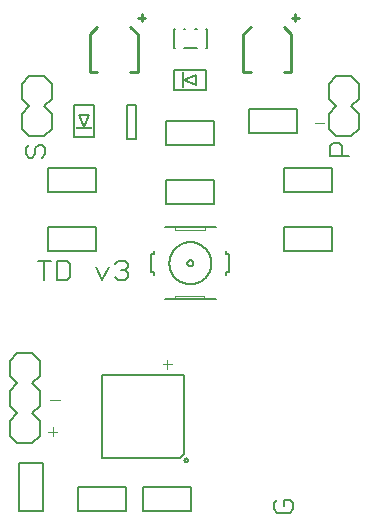
<source format=gto>
G75*
%MOIN*%
%OFA0B0*%
%FSLAX25Y25*%
%IPPOS*%
%LPD*%
%AMOC8*
5,1,8,0,0,1.08239X$1,22.5*
%
%ADD10C,0.00600*%
%ADD11C,0.00400*%
%ADD12C,0.00500*%
%ADD13C,0.00800*%
%ADD14C,0.00200*%
%ADD15C,0.01000*%
%ADD16R,0.00787X0.05512*%
%ADD17R,0.05512X0.00787*%
D10*
X0067450Y0078740D02*
X0070950Y0078740D01*
X0080450Y0078740D01*
X0084450Y0078740D01*
X0087950Y0086740D02*
X0087950Y0087740D01*
X0088950Y0087740D01*
X0088950Y0093740D01*
X0087950Y0093740D01*
X0087950Y0094740D01*
X0084450Y0102740D02*
X0080950Y0102740D01*
X0070950Y0102740D01*
X0067450Y0102740D01*
X0063950Y0094740D02*
X0063950Y0093740D01*
X0062950Y0093740D01*
X0062950Y0087740D01*
X0063950Y0087740D01*
X0063950Y0086740D01*
X0055121Y0087270D02*
X0055121Y0086202D01*
X0054054Y0085135D01*
X0051919Y0085135D01*
X0050851Y0086202D01*
X0048676Y0089405D02*
X0046541Y0085135D01*
X0044405Y0089405D01*
X0050851Y0090473D02*
X0051919Y0091540D01*
X0054054Y0091540D01*
X0055121Y0090473D01*
X0055121Y0089405D01*
X0054054Y0088337D01*
X0055121Y0087270D01*
X0054054Y0088337D02*
X0052986Y0088337D01*
X0035785Y0086202D02*
X0034717Y0085135D01*
X0031514Y0085135D01*
X0031514Y0091540D01*
X0034717Y0091540D01*
X0035785Y0090473D01*
X0035785Y0086202D01*
X0029339Y0091540D02*
X0025069Y0091540D01*
X0027204Y0091540D02*
X0027204Y0085135D01*
X0026464Y0125933D02*
X0027532Y0127001D01*
X0027532Y0129136D01*
X0026464Y0130204D01*
X0025397Y0130204D01*
X0024329Y0129136D01*
X0024329Y0127001D01*
X0023262Y0125933D01*
X0022194Y0125933D01*
X0021127Y0127001D01*
X0021127Y0129136D01*
X0022194Y0130204D01*
X0040517Y0136016D02*
X0038942Y0139953D01*
X0042092Y0139953D01*
X0040517Y0136016D01*
X0054765Y0132184D02*
X0054765Y0143584D01*
X0057765Y0143584D01*
X0057765Y0132184D01*
X0054765Y0132184D01*
X0073982Y0151764D02*
X0077919Y0150189D01*
X0077919Y0153339D01*
X0073982Y0151764D01*
X0073895Y0162354D02*
X0078005Y0162354D01*
X0081178Y0162354D02*
X0081549Y0162354D01*
X0081549Y0168732D01*
X0081178Y0168732D01*
X0078005Y0168732D02*
X0077635Y0168732D01*
X0074265Y0168732D02*
X0073895Y0168732D01*
X0070722Y0168732D02*
X0070352Y0168732D01*
X0070352Y0162354D01*
X0070722Y0162354D01*
X0122394Y0129676D02*
X0122394Y0126473D01*
X0128800Y0126473D01*
X0126665Y0126473D02*
X0126665Y0129676D01*
X0125597Y0130744D01*
X0123462Y0130744D01*
X0122394Y0129676D01*
X0074950Y0090740D02*
X0074952Y0090803D01*
X0074958Y0090865D01*
X0074968Y0090927D01*
X0074981Y0090989D01*
X0074999Y0091049D01*
X0075020Y0091108D01*
X0075045Y0091166D01*
X0075074Y0091222D01*
X0075106Y0091276D01*
X0075141Y0091328D01*
X0075179Y0091377D01*
X0075221Y0091425D01*
X0075265Y0091469D01*
X0075313Y0091511D01*
X0075362Y0091549D01*
X0075414Y0091584D01*
X0075468Y0091616D01*
X0075524Y0091645D01*
X0075582Y0091670D01*
X0075641Y0091691D01*
X0075701Y0091709D01*
X0075763Y0091722D01*
X0075825Y0091732D01*
X0075887Y0091738D01*
X0075950Y0091740D01*
X0076013Y0091738D01*
X0076075Y0091732D01*
X0076137Y0091722D01*
X0076199Y0091709D01*
X0076259Y0091691D01*
X0076318Y0091670D01*
X0076376Y0091645D01*
X0076432Y0091616D01*
X0076486Y0091584D01*
X0076538Y0091549D01*
X0076587Y0091511D01*
X0076635Y0091469D01*
X0076679Y0091425D01*
X0076721Y0091377D01*
X0076759Y0091328D01*
X0076794Y0091276D01*
X0076826Y0091222D01*
X0076855Y0091166D01*
X0076880Y0091108D01*
X0076901Y0091049D01*
X0076919Y0090989D01*
X0076932Y0090927D01*
X0076942Y0090865D01*
X0076948Y0090803D01*
X0076950Y0090740D01*
X0076948Y0090677D01*
X0076942Y0090615D01*
X0076932Y0090553D01*
X0076919Y0090491D01*
X0076901Y0090431D01*
X0076880Y0090372D01*
X0076855Y0090314D01*
X0076826Y0090258D01*
X0076794Y0090204D01*
X0076759Y0090152D01*
X0076721Y0090103D01*
X0076679Y0090055D01*
X0076635Y0090011D01*
X0076587Y0089969D01*
X0076538Y0089931D01*
X0076486Y0089896D01*
X0076432Y0089864D01*
X0076376Y0089835D01*
X0076318Y0089810D01*
X0076259Y0089789D01*
X0076199Y0089771D01*
X0076137Y0089758D01*
X0076075Y0089748D01*
X0076013Y0089742D01*
X0075950Y0089740D01*
X0075887Y0089742D01*
X0075825Y0089748D01*
X0075763Y0089758D01*
X0075701Y0089771D01*
X0075641Y0089789D01*
X0075582Y0089810D01*
X0075524Y0089835D01*
X0075468Y0089864D01*
X0075414Y0089896D01*
X0075362Y0089931D01*
X0075313Y0089969D01*
X0075265Y0090011D01*
X0075221Y0090055D01*
X0075179Y0090103D01*
X0075141Y0090152D01*
X0075106Y0090204D01*
X0075074Y0090258D01*
X0075045Y0090314D01*
X0075020Y0090372D01*
X0074999Y0090431D01*
X0074981Y0090491D01*
X0074968Y0090553D01*
X0074958Y0090615D01*
X0074952Y0090677D01*
X0074950Y0090740D01*
X0068950Y0090740D02*
X0068952Y0090912D01*
X0068958Y0091083D01*
X0068969Y0091255D01*
X0068984Y0091426D01*
X0069003Y0091597D01*
X0069026Y0091767D01*
X0069053Y0091937D01*
X0069085Y0092106D01*
X0069120Y0092274D01*
X0069160Y0092441D01*
X0069204Y0092607D01*
X0069251Y0092772D01*
X0069303Y0092936D01*
X0069359Y0093098D01*
X0069419Y0093259D01*
X0069483Y0093419D01*
X0069551Y0093577D01*
X0069622Y0093733D01*
X0069697Y0093887D01*
X0069777Y0094040D01*
X0069859Y0094190D01*
X0069946Y0094339D01*
X0070036Y0094485D01*
X0070130Y0094629D01*
X0070227Y0094771D01*
X0070328Y0094910D01*
X0070432Y0095047D01*
X0070539Y0095181D01*
X0070650Y0095312D01*
X0070763Y0095441D01*
X0070880Y0095567D01*
X0071000Y0095690D01*
X0071123Y0095810D01*
X0071249Y0095927D01*
X0071378Y0096040D01*
X0071509Y0096151D01*
X0071643Y0096258D01*
X0071780Y0096362D01*
X0071919Y0096463D01*
X0072061Y0096560D01*
X0072205Y0096654D01*
X0072351Y0096744D01*
X0072500Y0096831D01*
X0072650Y0096913D01*
X0072803Y0096993D01*
X0072957Y0097068D01*
X0073113Y0097139D01*
X0073271Y0097207D01*
X0073431Y0097271D01*
X0073592Y0097331D01*
X0073754Y0097387D01*
X0073918Y0097439D01*
X0074083Y0097486D01*
X0074249Y0097530D01*
X0074416Y0097570D01*
X0074584Y0097605D01*
X0074753Y0097637D01*
X0074923Y0097664D01*
X0075093Y0097687D01*
X0075264Y0097706D01*
X0075435Y0097721D01*
X0075607Y0097732D01*
X0075778Y0097738D01*
X0075950Y0097740D01*
X0076122Y0097738D01*
X0076293Y0097732D01*
X0076465Y0097721D01*
X0076636Y0097706D01*
X0076807Y0097687D01*
X0076977Y0097664D01*
X0077147Y0097637D01*
X0077316Y0097605D01*
X0077484Y0097570D01*
X0077651Y0097530D01*
X0077817Y0097486D01*
X0077982Y0097439D01*
X0078146Y0097387D01*
X0078308Y0097331D01*
X0078469Y0097271D01*
X0078629Y0097207D01*
X0078787Y0097139D01*
X0078943Y0097068D01*
X0079097Y0096993D01*
X0079250Y0096913D01*
X0079400Y0096831D01*
X0079549Y0096744D01*
X0079695Y0096654D01*
X0079839Y0096560D01*
X0079981Y0096463D01*
X0080120Y0096362D01*
X0080257Y0096258D01*
X0080391Y0096151D01*
X0080522Y0096040D01*
X0080651Y0095927D01*
X0080777Y0095810D01*
X0080900Y0095690D01*
X0081020Y0095567D01*
X0081137Y0095441D01*
X0081250Y0095312D01*
X0081361Y0095181D01*
X0081468Y0095047D01*
X0081572Y0094910D01*
X0081673Y0094771D01*
X0081770Y0094629D01*
X0081864Y0094485D01*
X0081954Y0094339D01*
X0082041Y0094190D01*
X0082123Y0094040D01*
X0082203Y0093887D01*
X0082278Y0093733D01*
X0082349Y0093577D01*
X0082417Y0093419D01*
X0082481Y0093259D01*
X0082541Y0093098D01*
X0082597Y0092936D01*
X0082649Y0092772D01*
X0082696Y0092607D01*
X0082740Y0092441D01*
X0082780Y0092274D01*
X0082815Y0092106D01*
X0082847Y0091937D01*
X0082874Y0091767D01*
X0082897Y0091597D01*
X0082916Y0091426D01*
X0082931Y0091255D01*
X0082942Y0091083D01*
X0082948Y0090912D01*
X0082950Y0090740D01*
X0082948Y0090568D01*
X0082942Y0090397D01*
X0082931Y0090225D01*
X0082916Y0090054D01*
X0082897Y0089883D01*
X0082874Y0089713D01*
X0082847Y0089543D01*
X0082815Y0089374D01*
X0082780Y0089206D01*
X0082740Y0089039D01*
X0082696Y0088873D01*
X0082649Y0088708D01*
X0082597Y0088544D01*
X0082541Y0088382D01*
X0082481Y0088221D01*
X0082417Y0088061D01*
X0082349Y0087903D01*
X0082278Y0087747D01*
X0082203Y0087593D01*
X0082123Y0087440D01*
X0082041Y0087290D01*
X0081954Y0087141D01*
X0081864Y0086995D01*
X0081770Y0086851D01*
X0081673Y0086709D01*
X0081572Y0086570D01*
X0081468Y0086433D01*
X0081361Y0086299D01*
X0081250Y0086168D01*
X0081137Y0086039D01*
X0081020Y0085913D01*
X0080900Y0085790D01*
X0080777Y0085670D01*
X0080651Y0085553D01*
X0080522Y0085440D01*
X0080391Y0085329D01*
X0080257Y0085222D01*
X0080120Y0085118D01*
X0079981Y0085017D01*
X0079839Y0084920D01*
X0079695Y0084826D01*
X0079549Y0084736D01*
X0079400Y0084649D01*
X0079250Y0084567D01*
X0079097Y0084487D01*
X0078943Y0084412D01*
X0078787Y0084341D01*
X0078629Y0084273D01*
X0078469Y0084209D01*
X0078308Y0084149D01*
X0078146Y0084093D01*
X0077982Y0084041D01*
X0077817Y0083994D01*
X0077651Y0083950D01*
X0077484Y0083910D01*
X0077316Y0083875D01*
X0077147Y0083843D01*
X0076977Y0083816D01*
X0076807Y0083793D01*
X0076636Y0083774D01*
X0076465Y0083759D01*
X0076293Y0083748D01*
X0076122Y0083742D01*
X0075950Y0083740D01*
X0075778Y0083742D01*
X0075607Y0083748D01*
X0075435Y0083759D01*
X0075264Y0083774D01*
X0075093Y0083793D01*
X0074923Y0083816D01*
X0074753Y0083843D01*
X0074584Y0083875D01*
X0074416Y0083910D01*
X0074249Y0083950D01*
X0074083Y0083994D01*
X0073918Y0084041D01*
X0073754Y0084093D01*
X0073592Y0084149D01*
X0073431Y0084209D01*
X0073271Y0084273D01*
X0073113Y0084341D01*
X0072957Y0084412D01*
X0072803Y0084487D01*
X0072650Y0084567D01*
X0072500Y0084649D01*
X0072351Y0084736D01*
X0072205Y0084826D01*
X0072061Y0084920D01*
X0071919Y0085017D01*
X0071780Y0085118D01*
X0071643Y0085222D01*
X0071509Y0085329D01*
X0071378Y0085440D01*
X0071249Y0085553D01*
X0071123Y0085670D01*
X0071000Y0085790D01*
X0070880Y0085913D01*
X0070763Y0086039D01*
X0070650Y0086168D01*
X0070539Y0086299D01*
X0070432Y0086433D01*
X0070328Y0086570D01*
X0070227Y0086709D01*
X0070130Y0086851D01*
X0070036Y0086995D01*
X0069946Y0087141D01*
X0069859Y0087290D01*
X0069777Y0087440D01*
X0069697Y0087593D01*
X0069622Y0087747D01*
X0069551Y0087903D01*
X0069483Y0088061D01*
X0069419Y0088221D01*
X0069359Y0088382D01*
X0069303Y0088544D01*
X0069251Y0088708D01*
X0069204Y0088873D01*
X0069160Y0089039D01*
X0069120Y0089206D01*
X0069085Y0089374D01*
X0069053Y0089543D01*
X0069026Y0089713D01*
X0069003Y0089883D01*
X0068984Y0090054D01*
X0068969Y0090225D01*
X0068958Y0090397D01*
X0068952Y0090568D01*
X0068950Y0090740D01*
X0104958Y0011846D02*
X0103890Y0010778D01*
X0103890Y0008643D01*
X0104958Y0007576D01*
X0109228Y0007576D01*
X0110296Y0008643D01*
X0110296Y0010778D01*
X0109228Y0011846D01*
X0107093Y0011846D01*
X0107093Y0009711D01*
D11*
X0068236Y0055487D02*
X0068236Y0058556D01*
X0066701Y0057022D02*
X0069771Y0057022D01*
X0032369Y0045211D02*
X0029300Y0045211D01*
X0030047Y0036115D02*
X0030047Y0033046D01*
X0028512Y0034581D02*
X0031582Y0034581D01*
X0117489Y0137337D02*
X0120558Y0137337D01*
D12*
X0026800Y0007937D02*
X0018800Y0007937D01*
X0018800Y0023937D01*
X0026800Y0023937D01*
X0026800Y0007937D01*
X0038423Y0008000D02*
X0038423Y0016000D01*
X0054423Y0016000D01*
X0054423Y0008000D01*
X0038423Y0008000D01*
X0060076Y0008000D02*
X0060076Y0016000D01*
X0076076Y0016000D01*
X0076076Y0008000D01*
X0060076Y0008000D01*
X0044580Y0094614D02*
X0028580Y0094614D01*
X0028580Y0102614D01*
X0044580Y0102614D01*
X0044580Y0094614D01*
X0044580Y0114299D02*
X0028580Y0114299D01*
X0028580Y0122299D01*
X0044580Y0122299D01*
X0044580Y0114299D01*
X0043765Y0132669D02*
X0037269Y0132669D01*
X0037269Y0143299D01*
X0043765Y0143299D01*
X0043765Y0132669D01*
X0067950Y0130047D02*
X0067950Y0138047D01*
X0083950Y0138047D01*
X0083950Y0130047D01*
X0067950Y0130047D01*
X0067950Y0118362D02*
X0083950Y0118362D01*
X0083950Y0110362D01*
X0067950Y0110362D01*
X0067950Y0118362D01*
X0070635Y0148516D02*
X0070635Y0155012D01*
X0081265Y0155012D01*
X0081265Y0148516D01*
X0070635Y0148516D01*
X0095509Y0141984D02*
X0095509Y0133984D01*
X0111509Y0133984D01*
X0111509Y0141984D01*
X0095509Y0141984D01*
X0107320Y0122299D02*
X0123320Y0122299D01*
X0123320Y0114299D01*
X0107320Y0114299D01*
X0107320Y0122299D01*
X0107320Y0102614D02*
X0123320Y0102614D01*
X0123320Y0094614D01*
X0107320Y0094614D01*
X0107320Y0102614D01*
D13*
X0124631Y0132984D02*
X0122131Y0135484D01*
X0122131Y0140484D01*
X0124631Y0142984D01*
X0122131Y0145484D01*
X0122131Y0150484D01*
X0124631Y0152984D01*
X0129631Y0152984D01*
X0132131Y0150484D01*
X0132131Y0145484D01*
X0129631Y0142984D01*
X0132131Y0140484D01*
X0132131Y0135484D01*
X0129631Y0132984D01*
X0124631Y0132984D01*
X0074001Y0053358D02*
X0074001Y0027157D01*
X0072604Y0025760D01*
X0046403Y0025760D01*
X0046403Y0053358D01*
X0074001Y0053358D01*
X0074002Y0025059D02*
X0074004Y0025108D01*
X0074010Y0025156D01*
X0074020Y0025204D01*
X0074034Y0025251D01*
X0074051Y0025297D01*
X0074072Y0025341D01*
X0074097Y0025383D01*
X0074125Y0025423D01*
X0074157Y0025461D01*
X0074191Y0025496D01*
X0074228Y0025528D01*
X0074267Y0025557D01*
X0074309Y0025583D01*
X0074353Y0025605D01*
X0074398Y0025623D01*
X0074445Y0025638D01*
X0074492Y0025649D01*
X0074541Y0025656D01*
X0074590Y0025659D01*
X0074639Y0025658D01*
X0074687Y0025653D01*
X0074736Y0025644D01*
X0074783Y0025631D01*
X0074829Y0025614D01*
X0074873Y0025594D01*
X0074916Y0025570D01*
X0074957Y0025543D01*
X0074995Y0025512D01*
X0075031Y0025479D01*
X0075063Y0025443D01*
X0075093Y0025404D01*
X0075120Y0025363D01*
X0075143Y0025319D01*
X0075162Y0025274D01*
X0075178Y0025228D01*
X0075190Y0025181D01*
X0075198Y0025132D01*
X0075202Y0025083D01*
X0075202Y0025035D01*
X0075198Y0024986D01*
X0075190Y0024937D01*
X0075178Y0024890D01*
X0075162Y0024844D01*
X0075143Y0024799D01*
X0075120Y0024755D01*
X0075093Y0024714D01*
X0075063Y0024675D01*
X0075031Y0024639D01*
X0074995Y0024606D01*
X0074957Y0024575D01*
X0074916Y0024548D01*
X0074873Y0024524D01*
X0074829Y0024504D01*
X0074783Y0024487D01*
X0074736Y0024474D01*
X0074687Y0024465D01*
X0074639Y0024460D01*
X0074590Y0024459D01*
X0074541Y0024462D01*
X0074492Y0024469D01*
X0074445Y0024480D01*
X0074398Y0024495D01*
X0074353Y0024513D01*
X0074309Y0024535D01*
X0074267Y0024561D01*
X0074228Y0024590D01*
X0074191Y0024622D01*
X0074157Y0024657D01*
X0074125Y0024695D01*
X0074097Y0024735D01*
X0074072Y0024777D01*
X0074051Y0024821D01*
X0074034Y0024867D01*
X0074020Y0024914D01*
X0074010Y0024962D01*
X0074004Y0025010D01*
X0074002Y0025059D01*
X0025832Y0033122D02*
X0025832Y0038122D01*
X0023332Y0040622D01*
X0025832Y0043122D01*
X0025832Y0048122D01*
X0023332Y0050622D01*
X0025832Y0053122D01*
X0025832Y0058122D01*
X0023332Y0060622D01*
X0018332Y0060622D01*
X0015832Y0058122D01*
X0015832Y0053122D01*
X0018332Y0050622D01*
X0015832Y0048122D01*
X0015832Y0043122D01*
X0018332Y0040622D01*
X0015832Y0038122D01*
X0015832Y0033122D01*
X0018332Y0030622D01*
X0023332Y0030622D01*
X0025832Y0033122D01*
X0027269Y0132984D02*
X0022269Y0132984D01*
X0019769Y0135484D01*
X0019769Y0140484D01*
X0022269Y0142984D01*
X0019769Y0145484D01*
X0019769Y0150484D01*
X0022269Y0152984D01*
X0027269Y0152984D01*
X0029769Y0150484D01*
X0029769Y0145484D01*
X0027269Y0142984D01*
X0029769Y0140484D01*
X0029769Y0135484D01*
X0027269Y0132984D01*
D14*
X0070950Y0102740D02*
X0070950Y0101740D01*
X0080950Y0101740D01*
X0080950Y0102740D01*
X0080450Y0079740D02*
X0070950Y0079740D01*
X0070950Y0078740D01*
X0080450Y0078740D02*
X0080450Y0079740D01*
D15*
X0093541Y0154480D02*
X0093541Y0166980D01*
X0096041Y0169480D01*
X0107041Y0169480D02*
X0109541Y0166980D01*
X0109541Y0154480D01*
X0107041Y0154480D01*
X0096041Y0154480D02*
X0093541Y0154480D01*
X0110989Y0171343D02*
X0110989Y0173705D01*
X0112171Y0172524D02*
X0109808Y0172524D01*
X0060989Y0172524D02*
X0058627Y0172524D01*
X0059808Y0171343D02*
X0059808Y0173705D01*
X0055860Y0169480D02*
X0058360Y0166980D01*
X0058360Y0154480D01*
X0055860Y0154480D01*
X0044860Y0154480D02*
X0042360Y0154480D01*
X0042360Y0166980D01*
X0044860Y0169480D01*
D16*
X0073588Y0151764D03*
D17*
X0040517Y0135622D03*
M02*

</source>
